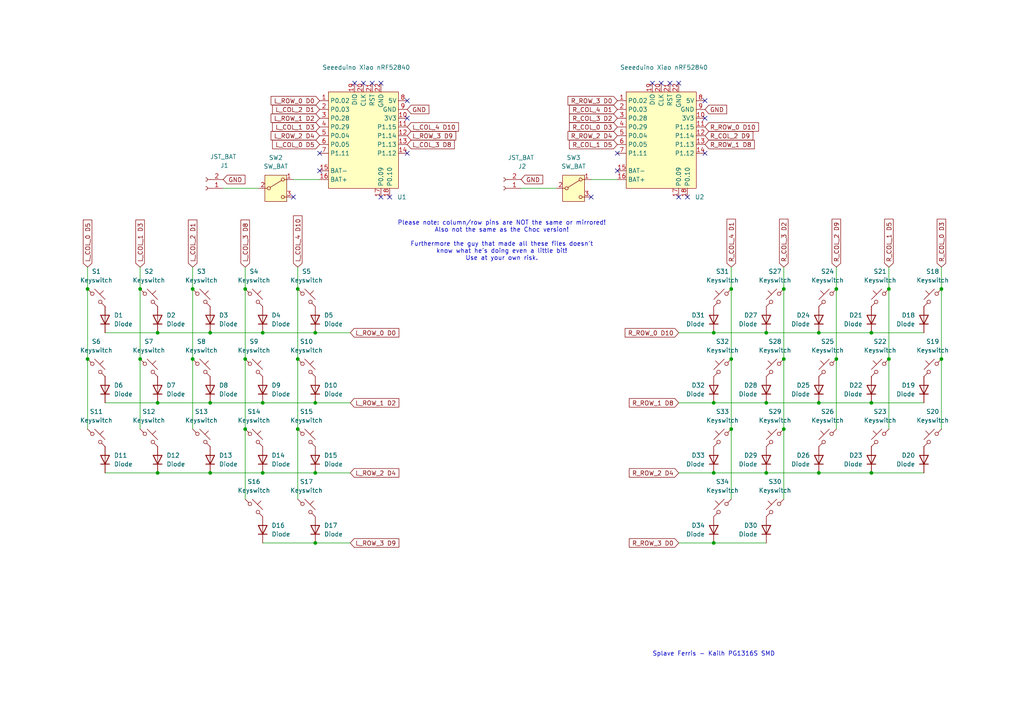
<source format=kicad_sch>
(kicad_sch (version 20250114) (generator "eeschema") (generator_version "9.0")
  (paper "A4")
  (lib_symbols
    (symbol "Connector:Conn_01x02_Socket" (pin_names (offset 1.016) (hide yes))
      (property "Reference" "J" (at 0 2.54 0))
      (property "Value" "Conn_01x02_Socket" (at 0 -5.08 0))
      (symbol "Conn_01x02_Socket_1_1"
        (polyline (pts (xy -1.27 0) (xy -0.508 0)) (stroke (width 0.1524)))
        (polyline (pts (xy -1.27 -2.54) (xy -0.508 -2.54)) (stroke (width 0.1524)))
        (arc (start 0 -0.508) (mid -0.5058 0) (end 0 0.508) (stroke (width 0.1524)))
        (arc (start 0 -3.048) (mid -0.5058 -2.54) (end 0 -2.032) (stroke (width 0.1524)))
        (pin passive line (at -5.08 0 0) (length 3.81) (name "Pin_1") (number "1"))
        (pin passive line (at -5.08 -2.54 0) (length 3.81) (name "Pin_2") (number "2"))
      )
    )
    (symbol "ScottoKeebs:Placeholder_Diode" (pin_numbers (hide yes)) (pin_names (hide yes))
      (property "Reference" "D" (at 0 2.54 0))
      (property "Value" "Diode" (at 0 -2.54 0))
      (symbol "Placeholder_Diode_0_1"
        (polyline (pts (xy -1.27 1.27) (xy -1.27 -1.27)) (stroke (width 0.254)))
        (polyline (pts (xy 1.27 1.27) (xy 1.27 -1.27) (xy -1.27 0) (xy 1.27 1.27)) (stroke (width 0.254)))
        (polyline (pts (xy 1.27 0) (xy -1.27 0)))
      )
      (symbol "Placeholder_Diode_1_1"
        (pin passive line (at -3.81 0 0) (length 2.54) (name "K") (number "1"))
        (pin passive line (at 3.81 0 180) (length 2.54) (name "A") (number "2"))
      )
    )
    (symbol "ScottoKeebs:Placeholder_Keyswitch" (pin_numbers (hide yes)) (pin_names (offset 1.016) (hide yes))
      (property "Reference" "S" (at 3.048 1.016 0))
      (property "Value" "Keyswitch" (at 0 -3.81 0))
      (symbol "Placeholder_Keyswitch_0_1"
        (polyline (pts (xy -2.54 2.54) (xy -1.524 1.524) (xy -1.524 1.524)))
        (circle (center -1.1684 1.1684) (radius 0.508))
        (polyline (pts (xy -0.508 2.54) (xy 2.54 -0.508)))
        (polyline (pts (xy 1.016 1.016) (xy 2.032 2.032)))
        (circle (center 1.143 -1.1938) (radius 0.508))
        (polyline (pts (xy 1.524 -1.524) (xy 2.54 -2.54) (xy 2.54 -2.54) (xy 2.54 -2.54)))
        (pin passive line (at -2.54 2.54 0) (length 0) (name "1") (number "1"))
        (pin passive line (at 2.54 -2.54 180) (length 0) (name "2") (number "2"))
      )
    )
    (symbol "Switch:SW_SPDT" (pin_names (offset 0) (hide yes))
      (property "Reference" "SW" (at 0 5.08 0))
      (property "Value" "SW_SPDT" (at 0 -5.08 0))
      (symbol "SW_SPDT_0_1"
        (circle (center -2.032 0) (radius 0.4572))
        (polyline (pts (xy -1.651 0.254) (xy 1.651 2.286)))
        (circle (center 2.032 2.54) (radius 0.4572))
        (circle (center 2.032 -2.54) (radius 0.4572))
      )
      (symbol "SW_SPDT_1_1"
        (rectangle (start -3.175 3.81) (end 3.175 -3.81) (fill (type background)))
        (pin passive line (at -5.08 0 0) (length 2.54) (name "B") (number "2"))
        (pin passive line (at 5.08 2.54 180) (length 2.54) (name "A") (number "1"))
        (pin passive line (at 5.08 -2.54 180) (length 2.54) (name "C") (number "3"))
      )
    )
    (symbol "marbastlib-promicroish:Seeeduino_Xiao_nRF52840" (in_bom no)
      (property "Reference" "U" (at -10.16 -12.7 0))
      (property "Value" "Seeeduino Xiao nRF52840" (at -10.16 -15.24 0))
      (symbol "Seeeduino_Xiao_nRF52840_1_0"
        (pin bidirectional line (at -12.7 13.97 0) (length 2.54) (name "P0.02") (number "1"))
        (pin bidirectional line (at -12.7 11.43 0) (length 2.54) (name "P0.03") (number "2"))
        (pin bidirectional line (at -12.7 8.89 0) (length 2.54) (name "P0.28") (number "3"))
        (pin bidirectional line (at -12.7 6.35 0) (length 2.54) (name "P0.29") (number "4"))
        (pin bidirectional line (at -12.7 3.81 0) (length 2.54) (name "P0.04") (number "5"))
        (pin bidirectional line (at -12.7 1.27 0) (length 2.54) (name "P0.05") (number "6"))
        (pin bidirectional line (at -12.7 -1.27 0) (length 2.54) (name "P1.11") (number "7"))
        (pin power_in line (at -12.7 -6.35 0) (length 2.54) (name "BAT-") (number "15"))
        (pin power_in line (at -12.7 -8.89 0) (length 2.54) (name "BAT+") (number "16"))
        (pin bidirectional line (at -2.54 19.05 270) (length 2.54) (name "DIO") (number "19"))
        (pin bidirectional line (at 0 19.05 270) (length 2.54) (name "CLK") (number "20"))
        (pin bidirectional line (at 2.54 19.05 270) (length 2.54) (name "RST") (number "21"))
        (pin power_out line (at 5.08 19.05 270) (length 2.54) (name "GND") (number "22"))
        (pin bidirectional line (at 5.08 -13.97 90) (length 2.54) (name "P0.09") (number "17"))
        (pin bidirectional line (at 7.62 -13.97 90) (length 2.54) (name "P0.10") (number "18"))
        (pin power_out line (at 12.7 13.97 180) (length 2.54) (name "5V") (number "8"))
        (pin power_out line (at 12.7 11.43 180) (length 2.54) (name "GND") (number "9"))
        (pin power_out line (at 12.7 8.89 180) (length 2.54) (name "3V3") (number "10"))
        (pin bidirectional line (at 12.7 6.35 180) (length 2.54) (name "P1.15") (number "11"))
        (pin bidirectional line (at 12.7 3.81 180) (length 2.54) (name "P1.14") (number "12"))
        (pin bidirectional line (at 12.7 1.27 180) (length 2.54) (name "P1.13") (number "13"))
        (pin bidirectional line (at 12.7 -1.27 180) (length 2.54) (name "P1.12") (number "14"))
      )
      (symbol "Seeeduino_Xiao_nRF52840_1_1"
        (rectangle (start -10.16 16.51) (end 10.16 -11.43) (fill (type background)))
      )
    )
  )
  (text "Splave Ferris - Kailh PG1316S SMD" (at 207.01 189.738 0) (effects (font (size 1.27 1.27))))
  (text "Please note: column/row pins are NOT the same or mirrored!\nAlso not the same as the Choc version!\n\nFurthermore the guy that made all these files doesn't\nknow what he's doing even a little bit!\nUse at your own risk." (at 145.542 69.85 0) (effects (font (size 1.27 1.27))))
  (junction (at 237.49 116.84))
  (junction (at 86.36 124.46))
  (junction (at 273.05 83.82))
  (junction (at 76.2 96.52))
  (junction (at 252.73 96.52))
  (junction (at 45.72 96.52))
  (junction (at 207.01 137.16))
  (junction (at 45.72 137.16))
  (junction (at 60.96 137.16))
  (junction (at 86.36 104.14))
  (junction (at 257.81 104.14))
  (junction (at 55.88 83.82))
  (junction (at 25.4 83.82))
  (junction (at 76.2 137.16))
  (junction (at 25.4 104.14))
  (junction (at 227.33 104.14))
  (junction (at 55.88 104.14))
  (junction (at 222.25 137.16))
  (junction (at 71.12 124.46))
  (junction (at 40.64 104.14))
  (junction (at 252.73 137.16))
  (junction (at 237.49 137.16))
  (junction (at 237.49 96.52))
  (junction (at 40.64 83.82))
  (junction (at 86.36 83.82))
  (junction (at 207.01 116.84))
  (junction (at 222.25 96.52))
  (junction (at 242.57 104.14))
  (junction (at 91.44 137.16))
  (junction (at 60.96 116.84))
  (junction (at 71.12 83.82))
  (junction (at 91.44 96.52))
  (junction (at 60.96 96.52))
  (junction (at 212.09 124.46))
  (junction (at 273.05 104.14))
  (junction (at 252.73 116.84))
  (junction (at 207.01 157.48))
  (junction (at 242.57 83.82))
  (junction (at 91.44 116.84))
  (junction (at 227.33 83.82))
  (junction (at 76.2 116.84))
  (junction (at 257.81 83.82))
  (junction (at 45.72 116.84))
  (junction (at 212.09 104.14))
  (junction (at 207.01 96.52))
  (junction (at 222.25 116.84))
  (junction (at 71.12 104.14))
  (junction (at 212.09 83.82))
  (junction (at 91.44 157.48))
  (junction (at 227.33 124.46))
  (no_connect (at 191.77 24.13))
  (no_connect (at 110.49 57.15))
  (no_connect (at 171.45 57.15))
  (no_connect (at 196.85 24.13))
  (no_connect (at 118.11 34.29))
  (no_connect (at 85.09 57.15))
  (no_connect (at 189.23 24.13))
  (no_connect (at 199.39 57.15))
  (no_connect (at 102.87 24.13))
  (no_connect (at 179.07 44.45))
  (no_connect (at 179.07 49.53))
  (no_connect (at 194.31 24.13))
  (no_connect (at 92.71 44.45))
  (no_connect (at 204.47 44.45))
  (no_connect (at 105.41 24.13))
  (no_connect (at 107.95 24.13))
  (no_connect (at 204.47 34.29))
  (no_connect (at 204.47 29.21))
  (no_connect (at 110.49 24.13))
  (no_connect (at 118.11 29.21))
  (no_connect (at 196.85 57.15))
  (no_connect (at 118.11 44.45))
  (no_connect (at 92.71 49.53))
  (no_connect (at 113.03 57.15))
  (wire (pts (xy 222.25 137.16) (xy 207.01 137.16)))
  (wire (pts (xy 237.49 96.52) (xy 222.25 96.52)))
  (wire (pts (xy 267.97 137.16) (xy 252.73 137.16)))
  (wire (pts (xy 212.09 104.14) (xy 212.09 124.46)))
  (wire (pts (xy 71.12 104.14) (xy 71.12 124.46)))
  (wire (pts (xy 222.25 157.48) (xy 207.01 157.48)))
  (wire (pts (xy 257.81 104.14) (xy 257.81 124.46)))
  (wire (pts (xy 252.73 137.16) (xy 237.49 137.16)))
  (wire (pts (xy 273.05 77.47) (xy 273.05 83.82)))
  (wire (pts (xy 196.85 137.16) (xy 207.01 137.16)))
  (wire (pts (xy 85.09 52.07) (xy 92.71 52.07)))
  (wire (pts (xy 45.72 137.16) (xy 60.96 137.16)))
  (wire (pts (xy 76.2 137.16) (xy 91.44 137.16)))
  (wire (pts (xy 25.4 83.82) (xy 25.4 104.14)))
  (wire (pts (xy 60.96 137.16) (xy 76.2 137.16)))
  (wire (pts (xy 252.73 116.84) (xy 237.49 116.84)))
  (wire (pts (xy 40.64 77.47) (xy 40.64 83.82)))
  (wire (pts (xy 257.81 83.82) (xy 257.81 104.14)))
  (wire (pts (xy 91.44 96.52) (xy 101.6 96.52)))
  (wire (pts (xy 207.01 116.84) (xy 196.85 116.84)))
  (wire (pts (xy 40.64 83.82) (xy 40.64 104.14)))
  (wire (pts (xy 76.2 96.52) (xy 91.44 96.52)))
  (wire (pts (xy 30.48 137.16) (xy 45.72 137.16)))
  (wire (pts (xy 55.88 104.14) (xy 55.88 124.46)))
  (wire (pts (xy 151.13 54.61) (xy 161.29 54.61)))
  (wire (pts (xy 212.09 124.46) (xy 212.09 144.78)))
  (wire (pts (xy 76.2 157.48) (xy 91.44 157.48)))
  (wire (pts (xy 273.05 104.14) (xy 273.05 124.46)))
  (wire (pts (xy 86.36 104.14) (xy 86.36 124.46)))
  (wire (pts (xy 71.12 77.47) (xy 71.12 83.82)))
  (wire (pts (xy 267.97 96.52) (xy 252.73 96.52)))
  (wire (pts (xy 101.6 157.48) (xy 91.44 157.48)))
  (wire (pts (xy 71.12 83.82) (xy 71.12 104.14)))
  (wire (pts (xy 242.57 104.14) (xy 242.57 124.46)))
  (wire (pts (xy 252.73 96.52) (xy 237.49 96.52)))
  (wire (pts (xy 237.49 137.16) (xy 222.25 137.16)))
  (wire (pts (xy 207.01 96.52) (xy 196.85 96.52)))
  (wire (pts (xy 91.44 116.84) (xy 101.6 116.84)))
  (wire (pts (xy 60.96 116.84) (xy 76.2 116.84)))
  (wire (pts (xy 212.09 77.47) (xy 212.09 83.82)))
  (wire (pts (xy 25.4 104.14) (xy 25.4 124.46)))
  (wire (pts (xy 86.36 124.46) (xy 86.36 144.78)))
  (wire (pts (xy 86.36 77.47) (xy 86.36 83.82)))
  (wire (pts (xy 64.77 54.61) (xy 74.93 54.61)))
  (wire (pts (xy 45.72 116.84) (xy 60.96 116.84)))
  (wire (pts (xy 212.09 83.82) (xy 212.09 104.14)))
  (wire (pts (xy 237.49 116.84) (xy 222.25 116.84)))
  (wire (pts (xy 257.81 77.47) (xy 257.81 83.82)))
  (wire (pts (xy 40.64 104.14) (xy 40.64 124.46)))
  (wire (pts (xy 222.25 96.52) (xy 207.01 96.52)))
  (wire (pts (xy 45.72 96.52) (xy 60.96 96.52)))
  (wire (pts (xy 242.57 77.47) (xy 242.57 83.82)))
  (wire (pts (xy 242.57 83.82) (xy 242.57 104.14)))
  (wire (pts (xy 60.96 96.52) (xy 76.2 96.52)))
  (wire (pts (xy 273.05 83.82) (xy 273.05 104.14)))
  (wire (pts (xy 267.97 116.84) (xy 252.73 116.84)))
  (wire (pts (xy 196.85 157.48) (xy 207.01 157.48)))
  (wire (pts (xy 71.12 124.46) (xy 71.12 144.78)))
  (wire (pts (xy 86.36 83.82) (xy 86.36 104.14)))
  (wire (pts (xy 25.4 77.47) (xy 25.4 83.82)))
  (wire (pts (xy 227.33 83.82) (xy 227.33 104.14)))
  (wire (pts (xy 222.25 116.84) (xy 207.01 116.84)))
  (wire (pts (xy 55.88 83.82) (xy 55.88 104.14)))
  (wire (pts (xy 101.6 137.16) (xy 91.44 137.16)))
  (wire (pts (xy 30.48 96.52) (xy 45.72 96.52)))
  (wire (pts (xy 76.2 116.84) (xy 91.44 116.84)))
  (wire (pts (xy 227.33 104.14) (xy 227.33 124.46)))
  (wire (pts (xy 55.88 77.47) (xy 55.88 83.82)))
  (wire (pts (xy 171.45 52.07) (xy 179.07 52.07)))
  (wire (pts (xy 30.48 116.84) (xy 45.72 116.84)))
  (wire (pts (xy 227.33 124.46) (xy 227.33 144.78)))
  (wire (pts (xy 227.33 77.47) (xy 227.33 83.82)))
  (global_label "L_COL_2 D1" (shape input) (at 55.88 77.47 90) (property "Intersheetrefs" "${INTERSHEET_REFS}" (effects (hide yes))))
  (global_label "L_ROW_0 D0" (shape input) (at 101.6 96.52 0) (property "Intersheetrefs" "${INTERSHEET_REFS}" (effects (hide yes))))
  (global_label "R_COL_1 D5" (shape input) (at 257.81 77.47 90) (property "Intersheetrefs" "${INTERSHEET_REFS}" (effects (hide yes))))
  (global_label "R_COL_0 D3" (shape input) (at 179.07 36.83 180) (property "Intersheetrefs" "${INTERSHEET_REFS}" (effects (hide yes))))
  (global_label "R_COL_3 D2" (shape input) (at 179.07 34.29 180) (property "Intersheetrefs" "${INTERSHEET_REFS}" (effects (hide yes))))
  (global_label "L_ROW_1 D2" (shape input) (at 92.71 34.29 180) (property "Intersheetrefs" "${INTERSHEET_REFS}" (effects (hide yes))))
  (global_label "L_COL_3 D8" (shape input) (at 71.12 77.47 90) (property "Intersheetrefs" "${INTERSHEET_REFS}" (effects (hide yes))))
  (global_label "L_COL_3 D8" (shape input) (at 118.11 41.91 0) (property "Intersheetrefs" "${INTERSHEET_REFS}" (effects (hide yes))))
  (global_label "L_COL_4 D10" (shape input) (at 86.36 77.47 90) (property "Intersheetrefs" "${INTERSHEET_REFS}" (effects (hide yes))))
  (global_label "GND" (shape input) (at 118.11 31.75 0) (property "Intersheetrefs" "${INTERSHEET_REFS}" (effects (hide yes))))
  (global_label "R_ROW_2 D4" (shape input) (at 179.07 39.37 180) (property "Intersheetrefs" "${INTERSHEET_REFS}" (effects (hide yes))))
  (global_label "L_ROW_3 D9" (shape input) (at 118.11 39.37 0) (property "Intersheetrefs" "${INTERSHEET_REFS}" (effects (hide yes))))
  (global_label "R_COL_3 D2" (shape input) (at 227.33 77.47 90) (property "Intersheetrefs" "${INTERSHEET_REFS}" (effects (hide yes))))
  (global_label "GND" (shape input) (at 64.77 52.07 0) (property "Intersheetrefs" "${INTERSHEET_REFS}" (effects (hide yes))))
  (global_label "R_ROW_1 D8" (shape input) (at 204.47 41.91 0) (property "Intersheetrefs" "${INTERSHEET_REFS}" (effects (hide yes))))
  (global_label "R_ROW_3 D0" (shape input) (at 196.85 157.48 180) (property "Intersheetrefs" "${INTERSHEET_REFS}" (effects (hide yes))))
  (global_label "L_ROW_2 D4" (shape input) (at 92.71 39.37 180) (property "Intersheetrefs" "${INTERSHEET_REFS}" (effects (hide yes))))
  (global_label "L_COL_4 D10" (shape input) (at 118.11 36.83 0) (property "Intersheetrefs" "${INTERSHEET_REFS}" (effects (hide yes))))
  (global_label "R_ROW_2 D4" (shape input) (at 196.85 137.16 180) (property "Intersheetrefs" "${INTERSHEET_REFS}" (effects (hide yes))))
  (global_label "L_ROW_2 D4" (shape input) (at 101.6 137.16 0) (property "Intersheetrefs" "${INTERSHEET_REFS}" (effects (hide yes))))
  (global_label "R_ROW_0 D10" (shape input) (at 196.85 96.52 180) (property "Intersheetrefs" "${INTERSHEET_REFS}" (effects (hide yes))))
  (global_label "L_COL_1 D3" (shape input) (at 40.64 77.47 90) (property "Intersheetrefs" "${INTERSHEET_REFS}" (effects (hide yes))))
  (global_label "R_COL_1 D5" (shape input) (at 179.07 41.91 180) (property "Intersheetrefs" "${INTERSHEET_REFS}" (effects (hide yes))))
  (global_label "L_ROW_1 D2" (shape input) (at 101.6 116.84 0) (property "Intersheetrefs" "${INTERSHEET_REFS}" (effects (hide yes))))
  (global_label "L_COL_0 D5" (shape input) (at 25.4 77.47 90) (property "Intersheetrefs" "${INTERSHEET_REFS}" (effects (hide yes))))
  (global_label "R_COL_4 D1" (shape input) (at 212.09 77.47 90) (property "Intersheetrefs" "${INTERSHEET_REFS}" (effects (hide yes))))
  (global_label "R_ROW_0 D10" (shape input) (at 204.47 36.83 0) (property "Intersheetrefs" "${INTERSHEET_REFS}" (effects (hide yes))))
  (global_label "GND" (shape input) (at 151.13 52.07 0) (property "Intersheetrefs" "${INTERSHEET_REFS}" (effects (hide yes))))
  (global_label "GND" (shape input) (at 204.47 31.75 0) (property "Intersheetrefs" "${INTERSHEET_REFS}" (effects (hide yes))))
  (global_label "R_ROW_3 D0" (shape input) (at 179.07 29.21 180) (property "Intersheetrefs" "${INTERSHEET_REFS}" (effects (hide yes))))
  (global_label "L_ROW_3 D9" (shape input) (at 101.6 157.48 0) (property "Intersheetrefs" "${INTERSHEET_REFS}" (effects (hide yes))))
  (global_label "L_COL_1 D3" (shape input) (at 92.71 36.83 180) (property "Intersheetrefs" "${INTERSHEET_REFS}" (effects (hide yes))))
  (global_label "L_ROW_0 D0" (shape input) (at 92.71 29.21 180) (property "Intersheetrefs" "${INTERSHEET_REFS}" (effects (hide yes))))
  (global_label "R_ROW_1 D8" (shape input) (at 196.85 116.84 180) (property "Intersheetrefs" "${INTERSHEET_REFS}" (effects (hide yes))))
  (global_label "R_COL_0 D3" (shape input) (at 273.05 77.47 90) (property "Intersheetrefs" "${INTERSHEET_REFS}" (effects (hide yes))))
  (global_label "L_COL_0 D5" (shape input) (at 92.71 41.91 180) (property "Intersheetrefs" "${INTERSHEET_REFS}" (effects (hide yes))))
  (global_label "R_COL_2 D9" (shape input) (at 242.57 77.47 90) (property "Intersheetrefs" "${INTERSHEET_REFS}" (effects (hide yes))))
  (global_label "R_COL_2 D9" (shape input) (at 204.47 39.37 0) (property "Intersheetrefs" "${INTERSHEET_REFS}" (effects (hide yes))))
  (global_label "R_COL_4 D1" (shape input) (at 179.07 31.75 180) (property "Intersheetrefs" "${INTERSHEET_REFS}" (effects (hide yes))))
  (global_label "L_COL_2 D1" (shape input) (at 92.71 31.75 180) (property "Intersheetrefs" "${INTERSHEET_REFS}" (effects (hide yes))))
  (symbol (lib_id "ScottoKeebs:Placeholder_Diode") (at 45.72 113.03 90) (unit 1)
    (property "Reference" "D7" (at 48.26 111.7599 90) (effects (justify right)))
    (property "Value" "Diode" (at 48.26 114.2999 90) (effects (justify right)))
    (property "Description" "1N4148 (DO-35) or 1N4148W (SOD-123)" (effects (hide yes)))
    (property "Sim.Device" "D" (effects (hide yes)))
    (property "Sim.Pins" "1=K 2=A" (effects (hide yes)))
  )
  (symbol (lib_id "ScottoKeebs:Placeholder_Diode") (at 207.01 92.71 270) (mirror x) (unit 1)
    (property "Reference" "D31" (at 204.47 91.4399 90) (effects (justify right)))
    (property "Value" "Diode" (at 204.47 93.9799 90) (effects (justify right)))
    (property "Description" "1N4148 (DO-35) or 1N4148W (SOD-123)" (effects (hide yes)))
    (property "Sim.Device" "D" (effects (hide yes)))
    (property "Sim.Pins" "1=K 2=A" (effects (hide yes)))
  )
  (symbol (lib_id "ScottoKeebs:Placeholder_Diode") (at 252.73 113.03 270) (mirror x) (unit 1)
    (property "Reference" "D22" (at 250.19 111.7599 90) (effects (justify right)))
    (property "Value" "Diode" (at 250.19 114.2999 90) (effects (justify right)))
    (property "Description" "1N4148 (DO-35) or 1N4148W (SOD-123)" (effects (hide yes)))
    (property "Sim.Device" "D" (effects (hide yes)))
    (property "Sim.Pins" "1=K 2=A" (effects (hide yes)))
  )
  (symbol (lib_id "ScottoKeebs:Placeholder_Diode") (at 237.49 133.35 270) (mirror x) (unit 1)
    (property "Reference" "D26" (at 234.95 132.0799 90) (effects (justify right)))
    (property "Value" "Diode" (at 234.95 134.6199 90) (effects (justify right)))
    (property "Description" "1N4148 (DO-35) or 1N4148W (SOD-123)" (effects (hide yes)))
    (property "Sim.Device" "D" (effects (hide yes)))
    (property "Sim.Pins" "1=K 2=A" (effects (hide yes)))
  )
  (symbol (lib_id "marbastlib-promicroish:Seeeduino_Xiao_nRF52840") (at 191.77 43.18 0) (unit 1) (in_bom no)
    (property "Reference" "U2" (at 201.5333 57.15 0) (effects (justify left)))
    (property "Value" "Seeeduino Xiao nRF52840" (at 179.832 19.558 0) (effects (justify left)))
    (property "Footprint" "PCM_marbastlib-xp-promicroish:Xiao_nRF52840_ACH" (effects (hide yes)))
    (property "Description" "Symbol for a Seeeduino Xiao nRF52840" (effects (hide yes)))
  )
  (symbol (lib_id "ScottoKeebs:Placeholder_Diode") (at 30.48 133.35 90) (unit 1)
    (property "Reference" "D11" (at 33.02 132.0799 90) (effects (justify right)))
    (property "Value" "Diode" (at 33.02 134.6199 90) (effects (justify right)))
    (property "Description" "1N4148 (DO-35) or 1N4148W (SOD-123)" (effects (hide yes)))
    (property "Sim.Device" "D" (effects (hide yes)))
    (property "Sim.Pins" "1=K 2=A" (effects (hide yes)))
  )
  (symbol (lib_id "ScottoKeebs:Placeholder_Diode") (at 45.72 133.35 90) (unit 1)
    (property "Reference" "D12" (at 48.26 132.0799 90) (effects (justify right)))
    (property "Value" "Diode" (at 48.26 134.6199 90) (effects (justify right)))
    (property "Description" "1N4148 (DO-35) or 1N4148W (SOD-123)" (effects (hide yes)))
    (property "Sim.Device" "D" (effects (hide yes)))
    (property "Sim.Pins" "1=K 2=A" (effects (hide yes)))
  )
  (symbol (lib_id "ScottoKeebs:Placeholder_Keyswitch") (at 224.79 86.36 0) (mirror y) (unit 1)
    (property "Reference" "S27" (at 224.79 78.74 0))
    (property "Value" "Keyswitch" (at 224.79 81.28 0))
    (property "Description" "Push button switch, normally open, two pins, 45° tilted" (effects (hide yes)))
  )
  (symbol (lib_id "ScottoKeebs:Placeholder_Diode") (at 76.2 113.03 90) (unit 1)
    (property "Reference" "D9" (at 78.74 111.7599 90) (effects (justify right)))
    (property "Value" "Diode" (at 78.74 114.2999 90) (effects (justify right)))
    (property "Description" "1N4148 (DO-35) or 1N4148W (SOD-123)" (effects (hide yes)))
    (property "Sim.Device" "D" (effects (hide yes)))
    (property "Sim.Pins" "1=K 2=A" (effects (hide yes)))
  )
  (symbol (lib_id "ScottoKeebs:Placeholder_Keyswitch") (at 27.94 127 0) (unit 1)
    (property "Reference" "S11" (at 27.94 119.38 0))
    (property "Value" "Keyswitch" (at 27.94 121.92 0))
    (property "Description" "Push button switch, normally open, two pins, 45° tilted" (effects (hide yes)))
  )
  (symbol (lib_id "Connector:Conn_01x02_Socket") (at 59.69 54.61 180) (unit 1)
    (property "Reference" "J1" (at 66.294 48.006 0) (effects (justify left)))
    (property "Value" "JST_BAT" (at 68.58 45.466 0) (effects (justify left)))
    (property "Description" "Generic connector, single row, 01x02, script generated" (effects (hide yes)))
  )
  (symbol (lib_id "ScottoKeebs:Placeholder_Keyswitch") (at 43.18 86.36 0) (unit 1)
    (property "Reference" "S2" (at 43.18 78.74 0))
    (property "Value" "Keyswitch" (at 43.18 81.28 0))
    (property "Description" "Push button switch, normally open, two pins, 45° tilted" (effects (hide yes)))
  )
  (symbol (lib_id "ScottoKeebs:Placeholder_Keyswitch") (at 73.66 127 0) (unit 1)
    (property "Reference" "S14" (at 73.66 119.38 0))
    (property "Value" "Keyswitch" (at 73.66 121.92 0))
    (property "Description" "Push button switch, normally open, two pins, 45° tilted" (effects (hide yes)))
  )
  (symbol (lib_id "ScottoKeebs:Placeholder_Diode") (at 267.97 133.35 270) (mirror x) (unit 1)
    (property "Reference" "D20" (at 265.43 132.0799 90) (effects (justify right)))
    (property "Value" "Diode" (at 265.43 134.6199 90) (effects (justify right)))
    (property "Description" "1N4148 (DO-35) or 1N4148W (SOD-123)" (effects (hide yes)))
    (property "Sim.Device" "D" (effects (hide yes)))
    (property "Sim.Pins" "1=K 2=A" (effects (hide yes)))
  )
  (symbol (lib_id "Connector:Conn_01x02_Socket") (at 146.05 54.61 180) (unit 1)
    (property "Reference" "J2" (at 152.654 48.26 0) (effects (justify left)))
    (property "Value" "JST_BAT" (at 154.94 45.72 0) (effects (justify left)))
    (property "Description" "Generic connector, single row, 01x02, script generated" (effects (hide yes)))
  )
  (symbol (lib_id "ScottoKeebs:Placeholder_Keyswitch") (at 270.51 127 0) (mirror y) (unit 1)
    (property "Reference" "S20" (at 270.51 119.38 0))
    (property "Value" "Keyswitch" (at 270.51 121.92 0))
    (property "Description" "Push button switch, normally open, two pins, 45° tilted" (effects (hide yes)))
  )
  (symbol (lib_id "ScottoKeebs:Placeholder_Diode") (at 45.72 92.71 90) (unit 1)
    (property "Reference" "D2" (at 48.26 91.4399 90) (effects (justify right)))
    (property "Value" "Diode" (at 48.26 93.9799 90) (effects (justify right)))
    (property "Description" "1N4148 (DO-35) or 1N4148W (SOD-123)" (effects (hide yes)))
    (property "Sim.Device" "D" (effects (hide yes)))
    (property "Sim.Pins" "1=K 2=A" (effects (hide yes)))
  )
  (symbol (lib_id "ScottoKeebs:Placeholder_Keyswitch") (at 255.27 106.68 0) (mirror y) (unit 1)
    (property "Reference" "S22" (at 255.27 99.06 0))
    (property "Value" "Keyswitch" (at 255.27 101.6 0))
    (property "Description" "Push button switch, normally open, two pins, 45° tilted" (effects (hide yes)))
  )
  (symbol (lib_id "ScottoKeebs:Placeholder_Keyswitch") (at 58.42 86.36 0) (unit 1)
    (property "Reference" "S3" (at 58.42 78.74 0))
    (property "Value" "Keyswitch" (at 58.42 81.28 0))
    (property "Description" "Push button switch, normally open, two pins, 45° tilted" (effects (hide yes)))
  )
  (symbol (lib_id "ScottoKeebs:Placeholder_Diode") (at 252.73 133.35 270) (mirror x) (unit 1)
    (property "Reference" "D23" (at 250.19 132.0799 90) (effects (justify right)))
    (property "Value" "Diode" (at 250.19 134.6199 90) (effects (justify right)))
    (property "Description" "1N4148 (DO-35) or 1N4148W (SOD-123)" (effects (hide yes)))
    (property "Sim.Device" "D" (effects (hide yes)))
    (property "Sim.Pins" "1=K 2=A" (effects (hide yes)))
  )
  (symbol (lib_id "ScottoKeebs:Placeholder_Diode") (at 30.48 113.03 90) (unit 1)
    (property "Reference" "D6" (at 33.02 111.7599 90) (effects (justify right)))
    (property "Value" "Diode" (at 33.02 114.2999 90) (effects (justify right)))
    (property "Description" "1N4148 (DO-35) or 1N4148W (SOD-123)" (effects (hide yes)))
    (property "Sim.Device" "D" (effects (hide yes)))
    (property "Sim.Pins" "1=K 2=A" (effects (hide yes)))
  )
  (symbol (lib_id "ScottoKeebs:Placeholder_Keyswitch") (at 73.66 106.68 0) (unit 1)
    (property "Reference" "S9" (at 73.66 99.06 0))
    (property "Value" "Keyswitch" (at 73.66 101.6 0))
    (property "Description" "Push button switch, normally open, two pins, 45° tilted" (effects (hide yes)))
  )
  (symbol (lib_id "ScottoKeebs:Placeholder_Diode") (at 91.44 133.35 90) (unit 1)
    (property "Reference" "D15" (at 93.98 132.0799 90) (effects (justify right)))
    (property "Value" "Diode" (at 93.98 134.6199 90) (effects (justify right)))
    (property "Description" "1N4148 (DO-35) or 1N4148W (SOD-123)" (effects (hide yes)))
    (property "Sim.Device" "D" (effects (hide yes)))
    (property "Sim.Pins" "1=K 2=A" (effects (hide yes)))
  )
  (symbol (lib_id "ScottoKeebs:Placeholder_Diode") (at 252.73 92.71 270) (mirror x) (unit 1)
    (property "Reference" "D21" (at 250.19 91.4399 90) (effects (justify right)))
    (property "Value" "Diode" (at 250.19 93.9799 90) (effects (justify right)))
    (property "Description" "1N4148 (DO-35) or 1N4148W (SOD-123)" (effects (hide yes)))
    (property "Sim.Device" "D" (effects (hide yes)))
    (property "Sim.Pins" "1=K 2=A" (effects (hide yes)))
  )
  (symbol (lib_id "ScottoKeebs:Placeholder_Keyswitch") (at 209.55 147.32 0) (mirror y) (unit 1)
    (property "Reference" "S34" (at 209.55 139.7 0))
    (property "Value" "Keyswitch" (at 209.55 142.24 0))
    (property "Description" "Push button switch, normally open, two pins, 45° tilted" (effects (hide yes)))
  )
  (symbol (lib_id "ScottoKeebs:Placeholder_Diode") (at 91.44 153.67 90) (unit 1)
    (property "Reference" "D17" (at 93.98 152.3999 90) (effects (justify right)))
    (property "Value" "Diode" (at 93.98 154.9399 90) (effects (justify right)))
    (property "Description" "1N4148 (DO-35) or 1N4148W (SOD-123)" (effects (hide yes)))
    (property "Sim.Device" "D" (effects (hide yes)))
    (property "Sim.Pins" "1=K 2=A" (effects (hide yes)))
  )
  (symbol (lib_id "ScottoKeebs:Placeholder_Keyswitch") (at 58.42 106.68 0) (unit 1)
    (property "Reference" "S8" (at 58.42 99.06 0))
    (property "Value" "Keyswitch" (at 58.42 101.6 0))
    (property "Description" "Push button switch, normally open, two pins, 45° tilted" (effects (hide yes)))
  )
  (symbol (lib_id "ScottoKeebs:Placeholder_Keyswitch") (at 43.18 127 0) (unit 1)
    (property "Reference" "S12" (at 43.18 119.38 0))
    (property "Value" "Keyswitch" (at 43.18 121.92 0))
    (property "Description" "Push button switch, normally open, two pins, 45° tilted" (effects (hide yes)))
  )
  (symbol (lib_id "ScottoKeebs:Placeholder_Keyswitch") (at 270.51 86.36 0) (mirror y) (unit 1)
    (property "Reference" "S18" (at 270.51 78.74 0))
    (property "Value" "Keyswitch" (at 270.51 81.28 0))
    (property "Description" "Push button switch, normally open, two pins, 45° tilted" (effects (hide yes)))
  )
  (symbol (lib_id "ScottoKeebs:Placeholder_Keyswitch") (at 224.79 147.32 0) (mirror y) (unit 1)
    (property "Reference" "S30" (at 224.79 139.7 0))
    (property "Value" "Keyswitch" (at 224.79 142.24 0))
    (property "Description" "Push button switch, normally open, two pins, 45° tilted" (effects (hide yes)))
  )
  (symbol (lib_id "ScottoKeebs:Placeholder_Diode") (at 60.96 133.35 90) (unit 1)
    (property "Reference" "D13" (at 63.5 132.0799 90) (effects (justify right)))
    (property "Value" "Diode" (at 63.5 134.6199 90) (effects (justify right)))
    (property "Description" "1N4148 (DO-35) or 1N4148W (SOD-123)" (effects (hide yes)))
    (property "Sim.Device" "D" (effects (hide yes)))
    (property "Sim.Pins" "1=K 2=A" (effects (hide yes)))
  )
  (symbol (lib_id "ScottoKeebs:Placeholder_Keyswitch") (at 240.03 86.36 0) (mirror y) (unit 1)
    (property "Reference" "S24" (at 240.03 78.74 0))
    (property "Value" "Keyswitch" (at 240.03 81.28 0))
    (property "Description" "Push button switch, normally open, two pins, 45° tilted" (effects (hide yes)))
  )
  (symbol (lib_id "ScottoKeebs:Placeholder_Keyswitch") (at 240.03 106.68 0) (mirror y) (unit 1)
    (property "Reference" "S25" (at 240.03 99.06 0))
    (property "Value" "Keyswitch" (at 240.03 101.6 0))
    (property "Description" "Push button switch, normally open, two pins, 45° tilted" (effects (hide yes)))
  )
  (symbol (lib_id "ScottoKeebs:Placeholder_Diode") (at 207.01 133.35 270) (mirror x) (unit 1)
    (property "Reference" "D33" (at 204.47 132.0799 90) (effects (justify right)))
    (property "Value" "Diode" (at 204.47 134.6199 90) (effects (justify right)))
    (property "Description" "1N4148 (DO-35) or 1N4148W (SOD-123)" (effects (hide yes)))
    (property "Sim.Device" "D" (effects (hide yes)))
    (property "Sim.Pins" "1=K 2=A" (effects (hide yes)))
  )
  (symbol (lib_id "ScottoKeebs:Placeholder_Keyswitch") (at 255.27 86.36 0) (mirror y) (unit 1)
    (property "Reference" "S21" (at 255.27 78.74 0))
    (property "Value" "Keyswitch" (at 255.27 81.28 0))
    (property "Description" "Push button switch, normally open, two pins, 45° tilted" (effects (hide yes)))
  )
  (symbol (lib_id "ScottoKeebs:Placeholder_Keyswitch") (at 73.66 147.32 0) (unit 1)
    (property "Reference" "S16" (at 73.66 139.7 0))
    (property "Value" "Keyswitch" (at 73.66 142.24 0))
    (property "Description" "Push button switch, normally open, two pins, 45° tilted" (effects (hide yes)))
  )
  (symbol (lib_id "ScottoKeebs:Placeholder_Diode") (at 207.01 113.03 270) (mirror x) (unit 1)
    (property "Reference" "D32" (at 204.47 111.7599 90) (effects (justify right)))
    (property "Value" "Diode" (at 204.47 114.2999 90) (effects (justify right)))
    (property "Description" "1N4148 (DO-35) or 1N4148W (SOD-123)" (effects (hide yes)))
    (property "Sim.Device" "D" (effects (hide yes)))
    (property "Sim.Pins" "1=K 2=A" (effects (hide yes)))
  )
  (symbol (lib_id "ScottoKeebs:Placeholder_Diode") (at 76.2 133.35 90) (unit 1)
    (property "Reference" "D14" (at 78.74 132.0799 90) (effects (justify right)))
    (property "Value" "Diode" (at 78.74 134.6199 90) (effects (justify right)))
    (property "Description" "1N4148 (DO-35) or 1N4148W (SOD-123)" (effects (hide yes)))
    (property "Sim.Device" "D" (effects (hide yes)))
    (property "Sim.Pins" "1=K 2=A" (effects (hide yes)))
  )
  (symbol (lib_id "ScottoKeebs:Placeholder_Keyswitch") (at 240.03 127 0) (mirror y) (unit 1)
    (property "Reference" "S26" (at 240.03 119.38 0))
    (property "Value" "Keyswitch" (at 240.03 121.92 0))
    (property "Description" "Push button switch, normally open, two pins, 45° tilted" (effects (hide yes)))
  )
  (symbol (lib_id "Switch:SW_SPDT") (at 166.37 54.61 0) (unit 1)
    (property "Reference" "SW3" (at 166.37 45.72 0))
    (property "Value" "SW_BAT" (at 166.37 48.26 0))
    (property "Description" "Switch, single pole double throw" (effects (hide yes)))
  )
  (symbol (lib_id "ScottoKeebs:Placeholder_Keyswitch") (at 58.42 127 0) (unit 1)
    (property "Reference" "S13" (at 58.42 119.38 0))
    (property "Value" "Keyswitch" (at 58.42 121.92 0))
    (property "Description" "Push button switch, normally open, two pins, 45° tilted" (effects (hide yes)))
  )
  (symbol (lib_id "Switch:SW_SPDT") (at 80.01 54.61 0) (unit 1)
    (property "Reference" "SW2" (at 80.01 45.72 0))
    (property "Value" "SW_BAT" (at 80.01 48.26 0))
    (property "Description" "Switch, single pole double throw" (effects (hide yes)))
  )
  (symbol (lib_id "ScottoKeebs:Placeholder_Keyswitch") (at 27.94 86.36 0) (unit 1)
    (property "Reference" "S1" (at 27.94 78.74 0))
    (property "Value" "Keyswitch" (at 27.94 81.28 0))
    (property "Description" "Push button switch, normally open, two pins, 45° tilted" (effects (hide yes)))
  )
  (symbol (lib_id "ScottoKeebs:Placeholder_Keyswitch") (at 209.55 106.68 0) (mirror y) (unit 1)
    (property "Reference" "S32" (at 209.55 99.06 0))
    (property "Value" "Keyswitch" (at 209.55 101.6 0))
    (property "Description" "Push button switch, normally open, two pins, 45° tilted" (effects (hide yes)))
  )
  (symbol (lib_id "ScottoKeebs:Placeholder_Diode") (at 76.2 92.71 90) (unit 1)
    (property "Reference" "D4" (at 78.74 91.4399 90) (effects (justify right)))
    (property "Value" "Diode" (at 78.74 93.9799 90) (effects (justify right)))
    (property "Description" "1N4148 (DO-35) or 1N4148W (SOD-123)" (effects (hide yes)))
    (property "Sim.Device" "D" (effects (hide yes)))
    (property "Sim.Pins" "1=K 2=A" (effects (hide yes)))
  )
  (symbol (lib_id "marbastlib-promicroish:Seeeduino_Xiao_nRF52840") (at 105.41 43.18 0) (unit 1) (in_bom no)
    (property "Reference" "U1" (at 115.1733 57.15 0) (effects (justify left)))
    (property "Value" "Seeeduino Xiao nRF52840" (at 93.472 19.558 0) (effects (justify left)))
    (property "Footprint" "PCM_marbastlib-xp-promicroish:Xiao_nRF52840_ACH" (effects (hide yes)))
    (property "Description" "Symbol for a Seeeduino Xiao nRF52840" (effects (hide yes)))
  )
  (symbol (lib_id "ScottoKeebs:Placeholder_Diode") (at 30.48 92.71 90) (unit 1)
    (property "Reference" "D1" (at 33.02 91.4399 90) (effects (justify right)))
    (property "Value" "Diode" (at 33.02 93.9799 90) (effects (justify right)))
    (property "Description" "1N4148 (DO-35) or 1N4148W (SOD-123)" (effects (hide yes)))
    (property "Sim.Device" "D" (effects (hide yes)))
    (property "Sim.Pins" "1=K 2=A" (effects (hide yes)))
  )
  (symbol (lib_id "ScottoKeebs:Placeholder_Diode") (at 222.25 92.71 270) (mirror x) (unit 1)
    (property "Reference" "D27" (at 219.71 91.4399 90) (effects (justify right)))
    (property "Value" "Diode" (at 219.71 93.9799 90) (effects (justify right)))
    (property "Description" "1N4148 (DO-35) or 1N4148W (SOD-123)" (effects (hide yes)))
    (property "Sim.Device" "D" (effects (hide yes)))
    (property "Sim.Pins" "1=K 2=A" (effects (hide yes)))
  )
  (symbol (lib_id "ScottoKeebs:Placeholder_Keyswitch") (at 255.27 127 0) (mirror y) (unit 1)
    (property "Reference" "S23" (at 255.27 119.38 0))
    (property "Value" "Keyswitch" (at 255.27 121.92 0))
    (property "Description" "Push button switch, normally open, two pins, 45° tilted" (effects (hide yes)))
  )
  (symbol (lib_id "ScottoKeebs:Placeholder_Diode") (at 237.49 113.03 270) (mirror x) (unit 1)
    (property "Reference" "D25" (at 234.95 111.7599 90) (effects (justify right)))
    (property "Value" "Diode" (at 234.95 114.2999 90) (effects (justify right)))
    (property "Description" "1N4148 (DO-35) or 1N4148W (SOD-123)" (effects (hide yes)))
    (property "Sim.Device" "D" (effects (hide yes)))
    (property "Sim.Pins" "1=K 2=A" (effects (hide yes)))
  )
  (symbol (lib_id "ScottoKeebs:Placeholder_Keyswitch") (at 88.9 127 0) (unit 1)
    (property "Reference" "S15" (at 88.9 119.38 0))
    (property "Value" "Keyswitch" (at 88.9 121.92 0))
    (property "Description" "Push button switch, normally open, two pins, 45° tilted" (effects (hide yes)))
  )
  (symbol (lib_id "ScottoKeebs:Placeholder_Diode") (at 76.2 153.67 90) (unit 1)
    (property "Reference" "D16" (at 78.74 152.3999 90) (effects (justify right)))
    (property "Value" "Diode" (at 78.74 154.9399 90) (effects (justify right)))
    (property "Description" "1N4148 (DO-35) or 1N4148W (SOD-123)" (effects (hide yes)))
    (property "Sim.Device" "D" (effects (hide yes)))
    (property "Sim.Pins" "1=K 2=A" (effects (hide yes)))
  )
  (symbol (lib_id "ScottoKeebs:Placeholder_Keyswitch") (at 27.94 106.68 0) (unit 1)
    (property "Reference" "S6" (at 27.94 99.06 0))
    (property "Value" "Keyswitch" (at 27.94 101.6 0))
    (property "Description" "Push button switch, normally open, two pins, 45° tilted" (effects (hide yes)))
  )
  (symbol (lib_id "ScottoKeebs:Placeholder_Diode") (at 267.97 113.03 270) (mirror x) (unit 1)
    (property "Reference" "D19" (at 265.43 111.7599 90) (effects (justify right)))
    (property "Value" "Diode" (at 265.43 114.2999 90) (effects (justify right)))
    (property "Description" "1N4148 (DO-35) or 1N4148W (SOD-123)" (effects (hide yes)))
    (property "Sim.Device" "D" (effects (hide yes)))
    (property "Sim.Pins" "1=K 2=A" (effects (hide yes)))
  )
  (symbol (lib_id "ScottoKeebs:Placeholder_Diode") (at 222.25 153.67 270) (mirror x) (unit 1)
    (property "Reference" "D30" (at 219.71 152.3999 90) (effects (justify right)))
    (property "Value" "Diode" (at 219.71 154.9399 90) (effects (justify right)))
    (property "Description" "1N4148 (DO-35) or 1N4148W (SOD-123)" (effects (hide yes)))
    (property "Sim.Device" "D" (effects (hide yes)))
    (property "Sim.Pins" "1=K 2=A" (effects (hide yes)))
  )
  (symbol (lib_id "ScottoKeebs:Placeholder_Diode") (at 237.49 92.71 270) (mirror x) (unit 1)
    (property "Reference" "D24" (at 234.95 91.4399 90) (effects (justify right)))
    (property "Value" "Diode" (at 234.95 93.9799 90) (effects (justify right)))
    (property "Description" "1N4148 (DO-35) or 1N4148W (SOD-123)" (effects (hide yes)))
    (property "Sim.Device" "D" (effects (hide yes)))
    (property "Sim.Pins" "1=K 2=A" (effects (hide yes)))
  )
  (symbol (lib_id "ScottoKeebs:Placeholder_Diode") (at 222.25 113.03 270) (mirror x) (unit 1)
    (property "Reference" "D28" (at 219.71 111.7599 90) (effects (justify right)))
    (property "Value" "Diode" (at 219.71 114.2999 90) (effects (justify right)))
    (property "Description" "1N4148 (DO-35) or 1N4148W (SOD-123)" (effects (hide yes)))
    (property "Sim.Device" "D" (effects (hide yes)))
    (property "Sim.Pins" "1=K 2=A" (effects (hide yes)))
  )
  (symbol (lib_id "ScottoKeebs:Placeholder_Keyswitch") (at 209.55 127 0) (mirror y) (unit 1)
    (property "Reference" "S33" (at 209.55 119.38 0))
    (property "Value" "Keyswitch" (at 209.55 121.92 0))
    (property "Description" "Push button switch, normally open, two pins, 45° tilted" (effects (hide yes)))
  )
  (symbol (lib_id "ScottoKeebs:Placeholder_Diode") (at 91.44 113.03 90) (unit 1)
    (property "Reference" "D10" (at 93.98 111.7599 90) (effects (justify right)))
    (property "Value" "Diode" (at 93.98 114.2999 90) (effects (justify right)))
    (property "Description" "1N4148 (DO-35) or 1N4148W (SOD-123)" (effects (hide yes)))
    (property "Sim.Device" "D" (effects (hide yes)))
    (property "Sim.Pins" "1=K 2=A" (effects (hide yes)))
  )
  (symbol (lib_id "ScottoKeebs:Placeholder_Diode") (at 207.01 153.67 270) (mirror x) (unit 1)
    (property "Reference" "D34" (at 204.47 152.3999 90) (effects (justify right)))
    (property "Value" "Diode" (at 204.47 154.9399 90) (effects (justify right)))
    (property "Description" "1N4148 (DO-35) or 1N4148W (SOD-123)" (effects (hide yes)))
    (property "Sim.Device" "D" (effects (hide yes)))
    (property "Sim.Pins" "1=K 2=A" (effects (hide yes)))
  )
  (symbol (lib_id "ScottoKeebs:Placeholder_Diode") (at 267.97 92.71 270) (mirror x) (unit 1)
    (property "Reference" "D18" (at 265.43 91.4399 90) (effects (justify right)))
    (property "Value" "Diode" (at 265.43 93.9799 90) (effects (justify right)))
    (property "Description" "1N4148 (DO-35) or 1N4148W (SOD-123)" (effects (hide yes)))
    (property "Sim.Device" "D" (effects (hide yes)))
    (property "Sim.Pins" "1=K 2=A" (effects (hide yes)))
  )
  (symbol (lib_id "ScottoKeebs:Placeholder_Keyswitch") (at 88.9 147.32 0) (unit 1)
    (property "Reference" "S17" (at 88.9 139.7 0))
    (property "Value" "Keyswitch" (at 88.9 142.24 0))
    (property "Description" "Push button switch, normally open, two pins, 45° tilted" (effects (hide yes)))
  )
  (symbol (lib_id "ScottoKeebs:Placeholder_Keyswitch") (at 224.79 127 0) (mirror y) (unit 1)
    (property "Reference" "S29" (at 224.79 119.38 0))
    (property "Value" "Keyswitch" (at 224.79 121.92 0))
    (property "Description" "Push button switch, normally open, two pins, 45° tilted" (effects (hide yes)))
  )
  (symbol (lib_id "ScottoKeebs:Placeholder_Keyswitch") (at 224.79 106.68 0) (mirror y) (unit 1)
    (property "Reference" "S28" (at 224.79 99.06 0))
    (property "Value" "Keyswitch" (at 224.79 101.6 0))
    (property "Description" "Push button switch, normally open, two pins, 45° tilted" (effects (hide yes)))
  )
  (symbol (lib_id "ScottoKeebs:Placeholder_Keyswitch") (at 43.18 106.68 0) (unit 1)
    (property "Reference" "S7" (at 43.18 99.06 0))
    (property "Value" "Keyswitch" (at 43.18 101.6 0))
    (property "Description" "Push button switch, normally open, two pins, 45° tilted" (effects (hide yes)))
  )
  (symbol (lib_id "ScottoKeebs:Placeholder_Keyswitch") (at 88.9 86.36 0) (unit 1)
    (property "Reference" "S5" (at 88.9 78.74 0))
    (property "Value" "Keyswitch" (at 88.9 81.28 0))
    (property "Description" "Push button switch, normally open, two pins, 45° tilted" (effects (hide yes)))
  )
  (symbol (lib_id "ScottoKeebs:Placeholder_Keyswitch") (at 73.66 86.36 0) (unit 1)
    (property "Reference" "S4" (at 73.66 78.74 0))
    (property "Value" "Keyswitch" (at 73.66 81.28 0))
    (property "Description" "Push button switch, normally open, two pins, 45° tilted" (effects (hide yes)))
  )
  (symbol (lib_id "ScottoKeebs:Placeholder_Keyswitch") (at 270.51 106.68 0) (mirror y) (unit 1)
    (property "Reference" "S19" (at 270.51 99.06 0))
    (property "Value" "Keyswitch" (at 270.51 101.6 0))
    (property "Description" "Push button switch, normally open, two pins, 45° tilted" (effects (hide yes)))
  )
  (symbol (lib_id "ScottoKeebs:Placeholder_Diode") (at 60.96 92.71 90) (unit 1)
    (property "Reference" "D3" (at 63.5 91.4399 90) (effects (justify right)))
    (property "Value" "Diode" (at 63.5 93.9799 90) (effects (justify right)))
    (property "Description" "1N4148 (DO-35) or 1N4148W (SOD-123)" (effects (hide yes)))
    (property "Sim.Device" "D" (effects (hide yes)))
    (property "Sim.Pins" "1=K 2=A" (effects (hide yes)))
  )
  (symbol (lib_id "ScottoKeebs:Placeholder_Diode") (at 222.25 133.35 270) (mirror x) (unit 1)
    (property "Reference" "D29" (at 219.71 132.0799 90) (effects (justify right)))
    (property "Value" "Diode" (at 219.71 134.6199 90) (effects (justify right)))
    (property "Description" "1N4148 (DO-35) or 1N4148W (SOD-123)" (effects (hide yes)))
    (property "Sim.Device" "D" (effects (hide yes)))
    (property "Sim.Pins" "1=K 2=A" (effects (hide yes)))
  )
  (symbol (lib_id "ScottoKeebs:Placeholder_Keyswitch") (at 209.55 86.36 0) (mirror y) (unit 1)
    (property "Reference" "S31" (at 209.55 78.74 0))
    (property "Value" "Keyswitch" (at 209.55 81.28 0))
    (property "Description" "Push button switch, normally open, two pins, 45° tilted" (effects (hide yes)))
  )
  (symbol (lib_id "ScottoKeebs:Placeholder_Keyswitch") (at 88.9 106.68 0) (unit 1)
    (property "Reference" "S10" (at 88.9 99.06 0))
    (property "Value" "Keyswitch" (at 88.9 101.6 0))
    (property "Description" "Push button switch, normally open, two pins, 45° tilted" (effects (hide yes)))
  )
  (symbol (lib_id "ScottoKeebs:Placeholder_Diode") (at 91.44 92.71 90) (unit 1)
    (property "Reference" "D5" (at 93.98 91.4399 90) (effects (justify right)))
    (property "Value" "Diode" (at 93.98 93.9799 90) (effects (justify right)))
    (property "Description" "1N4148 (DO-35) or 1N4148W (SOD-123)" (effects (hide yes)))
    (property "Sim.Device" "D" (effects (hide yes)))
    (property "Sim.Pins" "1=K 2=A" (effects (hide yes)))
  )
  (symbol (lib_id "ScottoKeebs:Placeholder_Diode") (at 60.96 113.03 90) (unit 1)
    (property "Reference" "D8" (at 63.5 111.7599 90) (effects (justify right)))
    (property "Value" "Diode" (at 63.5 114.2999 90) (effects (justify right)))
    (property "Description" "1N4148 (DO-35) or 1N4148W (SOD-123)" (effects (hide yes)))
    (property "Sim.Device" "D" (effects (hide yes)))
    (property "Sim.Pins" "1=K 2=A" (effects (hide yes)))
  )
)
</source>
